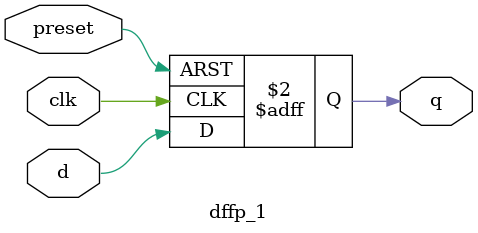
<source format=v>

`celldefine


module reset_flop_1 ( clk, i_reset, reset );
	// synthesis attribute keep_hierarchy reset_flop_1 "true";
	// synthesis attribute equivalent_register_removal reset_flop_1 "no";
	// synthesis attribute shift_extract reset_flop_1 "no";
	// synthesis attribute shreg_extract reset_flop_1 "no";
	input clk;
	input i_reset;
	// synthesis attribute keep reset "true";
	output reset;
	// synopsys translate_off
`ifdef CHK_RESET_EOS
	assert_quiescent_state #(0,1,0, 
	"***ERROR ASSERT: i_reset still asserted at end of simulation")
	a0(.clk(clk),.reset_n(1'b1), .state_expr(i_reset),
	.check_value(1'b0), .sample_event(1'b0));
`endif
	// synopsys translate_on
	wire my_zero;
	(* S = "TRUE" *)
	LUT1_L #(
	.INIT(2'h0)
	) lut0 (
	.LO(my_zero),
	.I0(reset)
	);
	(* S = "TRUE" *)
	FDS q0 (
	.Q(reset),
	.C(clk),
	.S(i_reset),
	.D(my_zero)
	);
endmodule

// macexp DFF 5
// macexp $size 9
// macexp $instance
// macexp clk
// macexp d
// macexp q

module dff_9 ( clk, d, q );
	// synthesis attribute keep_hierarchy dff_9 "true";
	input clk;
	input [8:0] d;
	output [8:0] q;
	reg [8:0] q;
	// synopsys translate_off
`ifdef RANDOM_INIT
	initial
	$random_init("q");
`endif
	// synopsys translate_on
	always @(posedge clk) begin
	q <= d;
	end
endmodule

// macexp DFFS 6
// macexp $size 1
// macexp $instance
// macexp clk
// macexp set
// macexp d
// macexp q

module dffs_1 ( clk, set, d, q );
	// synthesis attribute keep_hierarchy dffs_1 "true";
	input clk;
	input set;
	input d;
	output q;
	reg q;
	// synopsys translate_off
`ifdef RANDOM_INIT
	initial
	$random_init("q");
`endif
`ifdef CHK_RESET_EOS
	assert_quiescent_state #(0,1,0, 
	"***ERROR ASSERT: set still asserted at end of simulation")
	a0(.clk(clk),.reset_n(1'b1), .state_expr(set),
	.check_value(1'b0), .sample_event(1'b0));
`endif
	// synopsys translate_on
	always @(posedge clk) begin
	if (set)
	q <= ~(1'b0);
	else
	q <= d;
	end
endmodule

// macexp DFFC 6
// macexp $size 1
// macexp $instance
// macexp clk
// macexp reset
// macexp d
// macexp q

module dffc_1 ( clk, reset, d, q );
	// synthesis attribute keep_hierarchy dffc_1 "true";
	input clk;
	input reset;
	input d;
	output q;
	reg q;
	// synopsys translate_off
`ifdef RANDOM_INIT
	initial
	$random_init("q");
`endif
`ifdef CHK_RESET_EOS
	assert_quiescent_state #(0,1,0, 
	"***ERROR ASSERT: reset still asserted at end of simulation")
	a0(.clk(clk),.reset_n(1'b1), .state_expr(reset),
	.check_value(1'b0), .sample_event(1'b0));
`endif
	// synopsys translate_on
	always @(posedge clk) begin
	if (reset)
	q <= 1'b0;
	else
	q <= d;
	end
endmodule

// macexp DFFC 6
// macexp $size 9
// macexp $instance
// macexp clk
// macexp reset
// macexp d
// macexp q

module dffc_9 ( clk, reset, d, q );
	// synthesis attribute keep_hierarchy dffc_9 "true";
	input clk;
	input reset;
	input [8:0] d;
	output [8:0] q;
	reg [8:0] q;
	// synopsys translate_off
`ifdef RANDOM_INIT
	initial
	$random_init("q");
`endif
`ifdef CHK_RESET_EOS
	assert_quiescent_state #(0,1,0, 
	"***ERROR ASSERT: reset still asserted at end of simulation")
	a0(.clk(clk),.reset_n(1'b1), .state_expr(reset),
	.check_value(1'b0), .sample_event(1'b0));
`endif
	// synopsys translate_on
	always @(posedge clk) begin
	if (reset)
	q <= 9'b0;
	else
	q <= d;
	end
endmodule

// macexp SYNC2 5
// macexp $size 7
// macexp $instance
// macexp clk
// macexp d
// macexp q

module sync2_7 ( clk, d, q );
	// synthesis attribute keep_hierarchy sync2_7 "true";
	// synthesis attribute equivalent_register_removal sync2_7 "no";
	// synthesis attribute register_duplication sync2_7 "no";
	// synthesis attribute shift_extract sync2_7 "no";
	// synthesis attribute shreg_extract sync2_7 "no";
	input clk;
	input [6:0] d;
	output [6:0] q;
	// the simulation model has an extra register compared to the
	//   real 2 stage synchronizer in order to delay the input change
	//   by 1, 2 or 3 cycles
	// synthesis attribute keep q "true";
	(* register_duplication = "no" *)
	(* shreg_extract = "no" *)
	(* equivalent_register_removal = "no" *)
	(* S = "TRUE" *)
	(* KEEP = "TRUE" *)
	reg [6:0] /* synthesis syn_preserve = 1 */ q;
	reg [6:0] c_q;
	(* register_duplication = "no" *)
	(* shreg_extract = "no" *)
	(* equivalent_register_removal = "no" *)
	(* S = "TRUE" *)
	(* KEEP = "TRUE" *)
	// synthesis attribute keep meta1 "true";
	reg [6:0] /* synthesis syn_preserve = 1 */ meta1;
	// synopsys translate_off
`ifdef RANDOM_INIT
	reg [6:0] c_meta2;
	reg [6:0] meta2;
`endif
	// synopsys translate_on
	// synopsys translate_off
`ifdef RANDOM_INIT
	reg [31:0] seed;
	initial
	begin
	$random_init("q", "meta1", "meta2");
	$random_value("seed");
	end
`endif
	// synopsys translate_on
	always @ (meta1 
	// synopsys translate_off
`ifdef RANDOM_INIT
	or d or meta2
`endif
	// synopsys translate_on
	) begin
	c_q = meta1;
	// synopsys translate_off
`ifdef RANDOM_INIT
	c_meta2 = (d ^ meta1) & $random(seed);
	c_q = c_meta2 | ((meta1 ^ meta2) & $random(seed)) |
	(d & meta1 & meta2);
	c_meta2 = c_meta2 | (d & meta1);
`endif
	// synopsys translate_on
	end
	always @(posedge clk) begin
	meta1 <= d;
	// synopsys translate_off
`ifdef RANDOM_INIT
	meta2 <= c_meta2;
`endif
	// synopsys translate_on
	q <= c_q;
	end
endmodule

// macexp SYNC2 5
// macexp $size 2
// macexp $instance
// macexp clk
// macexp d
// macexp q

module sync2_2 ( clk, d, q );
	// synthesis attribute keep_hierarchy sync2_2 "true";
	// synthesis attribute equivalent_register_removal sync2_2 "no";
	// synthesis attribute register_duplication sync2_2 "no";
	// synthesis attribute shift_extract sync2_2 "no";
	// synthesis attribute shreg_extract sync2_2 "no";
	input clk;
	input [1:0] d;
	output [1:0] q;
	// the simulation model has an extra register compared to the
	//   real 2 stage synchronizer in order to delay the input change
	//   by 1, 2 or 3 cycles
	// synthesis attribute keep q "true";
	(* register_duplication = "no" *)
	(* shreg_extract = "no" *)
	(* equivalent_register_removal = "no" *)
	(* S = "TRUE" *)
	(* KEEP = "TRUE" *)
	reg [1:0] /* synthesis syn_preserve = 1 */ q;
	reg [1:0] c_q;
	(* register_duplication = "no" *)
	(* shreg_extract = "no" *)
	(* equivalent_register_removal = "no" *)
	(* S = "TRUE" *)
	(* KEEP = "TRUE" *)
	// synthesis attribute keep meta1 "true";
	reg [1:0] /* synthesis syn_preserve = 1 */ meta1;
	// synopsys translate_off
`ifdef RANDOM_INIT
	reg [1:0] c_meta2;
	reg [1:0] meta2;
`endif
	// synopsys translate_on
	// synopsys translate_off
`ifdef RANDOM_INIT
	reg [31:0] seed;
	initial
	begin
	$random_init("q", "meta1", "meta2");
	$random_value("seed");
	end
`endif
	// synopsys translate_on
	always @ (meta1 
	// synopsys translate_off
`ifdef RANDOM_INIT
	or d or meta2
`endif
	// synopsys translate_on
	) begin
	c_q = meta1;
	// synopsys translate_off
`ifdef RANDOM_INIT
	c_meta2 = (d ^ meta1) & $random(seed);
	c_q = c_meta2 | ((meta1 ^ meta2) & $random(seed)) |
	(d & meta1 & meta2);
	c_meta2 = c_meta2 | (d & meta1);
`endif
	// synopsys translate_on
	end
	always @(posedge clk) begin
	meta1 <= d;
	// synopsys translate_off
`ifdef RANDOM_INIT
	meta2 <= c_meta2;
`endif
	// synopsys translate_on
	q <= c_q;
	end
endmodule

// macexp MUX8 12
// macexp $size 1
// macexp $instance
// macexp s
// macexp i0
// macexp i1
// macexp i2
// macexp i3
// macexp i4
// macexp i5
// macexp i6
// macexp i7
// macexp o

module mux8_1 ( s, i0, i1, i2, i3, i4, i5, i6, i7, o );
	// synthesis attribute keep_hierarchy mux8_1 "true";
	input [2:0] s;
	input i0, i1, i2, i3, i4, i5, i6, i7;
	output o;
	wire [3:0] m0i;
	wire [3:0] m1i;
	wire m0o;
	wire m1o;
	assign m0i = {i3, i2, i1, i0};
	assign m1i = {i7, i6, i5, i4};
	assign m0o = m0i[s[1:0]];
	assign m1o = m1i[s[1:0]];
	MUXF7 m0 (.S(s[2]), .I0(m0o), .I1(m1o), .O(o));
endmodule

// macexp MUX16 20
// macexp $size 1
// macexp $instance
// macexp s
// macexp i0
// macexp i1
// macexp i2
// macexp i3
// macexp i4
// macexp i5
// macexp i6
// macexp i7
// macexp i8
// macexp i9
// macexp i10
// macexp i11
// macexp i12
// macexp i13
// macexp i14
// macexp i15
// macexp o

module mux16_1 ( s, i0, i1, i2, i3, i4, i5, i6, i7, i8, i9, i10, i11, i12, i13, i14, i15, o );
	// synthesis attribute keep_hierarchy mux16_1 "true";
	input [3:0] s;
	input i0, i1, i2, i3, i4, i5, i6, i7;
	input i8, i9, i10, i11, i12, i13, i14, i15;
	output o;
	wire [7:0] m0i;
	wire [7:0] m1i;
	wire m0o;
	wire m1o;
	assign m0i = {i7, i6, i5, i4, i3, i2, i1, i0};
	assign m1i = {i15, i14, i13, i12, i11, i10, i9, i8};
	assign m0o = m0i[s[2:0]];
	assign m1o = m1i[s[2:0]];
	MUXF8 m0 (.S(s[3]), .I0(m0o), .I1(m1o), .O(o));
endmodule

// macexp DFFL 6
// macexp $size 17
// macexp $instance
// macexp clk
// macexp ld
// macexp d
// macexp q

module dffl_17 ( clk, ld, d, q );
	// synthesis attribute keep_hierarchy dffl_17 "true";
	input clk;
	input ld;
	input [16:0] d;
	output [16:0] q;
	reg [16:0] q;
	// synopsys translate_off
`ifdef RANDOM_INIT
	initial
	$random_init("q");
`endif
	// synopsys translate_on
	always @(posedge clk) begin
	// leda XV2P_1006 off Multiple synchronous resets detected
	// leda XV2P_1007 off Multiple synchronous resets detected
	// leda G_551_1_K off Multiple synchronous resets detected
	if (ld)
	q <= d;
	// leda XV2P_1006 on Multiple synchronous resets detected
	// leda XV2P_1007 on Multiple synchronous resets detected
	// leda G_551_1_K on Multiple synchronous resets detected
	end
endmodule

// macexp PHASEGEN 7
// macexp $size 1
// macexp $instance
// macexp clk
// macexp clk_2x
// macexp set
// macexp phase
// macexp reset

module phasegen_1 ( clk, clk_2x, set, phase, reset );
	// synthesis attribute keep_hierarchy phasegen_1 "true";
	// synthesis attribute equivalent_register_removal phasegen_1 "no";
	// synthesis attribute shift_extract phasegen_1 "no";
	// synthesis attribute shreg_extract phasegen_1 "no";
	input clk;
	input clk_2x;
	input set;
	output phase;
	output reset;
	// synopsys translate_off
`ifdef CHK_RESET_EOS
	assert_quiescent_state #(0,1,0, 
	"***ERROR ASSERT: set still asserted at end of simulation")
	a0(.clk(clk),.reset_n(1'b1), .state_expr(set),
	.check_value(1'b0), .sample_event(1'b0));
`endif
	// synopsys translate_on
	wire my_zero, set_ls;
	assign reset = set_ls;
	LUT1_L #(
	.INIT(2'h0)
	) rset_ls_lut (
	.LO(my_zero),
	.I0(set_ls)
	);
	FDS rset_ls (
	.Q(set_ls), 
	.C(clk), 
	.D(my_zero), 
	.S(set)
	);
	FDS rphase (
	.Q(phase), 
	.C(clk_2x), 
	.D(~phase), 
	.S(set_ls)
	);
endmodule

// macexp DFFS 6
// macexp $size 8
// macexp $instance
// macexp clk
// macexp set
// macexp d
// macexp q

module dffs_8 ( clk, set, d, q );
	// synthesis attribute keep_hierarchy dffs_8 "true";
	input clk;
	input set;
	input [7:0] d;
	output [7:0] q;
	reg [7:0] q;
	// synopsys translate_off
`ifdef RANDOM_INIT
	initial
	$random_init("q");
`endif
`ifdef CHK_RESET_EOS
	assert_quiescent_state #(0,1,0, 
	"***ERROR ASSERT: set still asserted at end of simulation")
	a0(.clk(clk),.reset_n(1'b1), .state_expr(set),
	.check_value(1'b0), .sample_event(1'b0));
`endif
	// synopsys translate_on
	always @(posedge clk) begin
	if (set)
	q <= ~(8'b0);
	else
	q <= d;
	end
endmodule

// macexp SYNC2R 6
// macexp $size 1
// macexp $instance
// macexp clk
// macexp preset
// macexp d
// macexp q

module sync2r_1 ( clk, preset, d, q );
	// synthesis attribute keep_hierarchy sync2r_1 "true";
	// synthesis attribute equivalent_register_removal sync2r_1 "no";
	// synthesis attribute register_duplication sync2r_1 "no";
	// synthesis attribute shift_extract sync2r_1 "no";
	// synthesis attribute shreg_extract sync2r_1 "no";
	input clk;
	input preset;
	input d;
	output q;
	// the simulation model has an extra register compared to the
	//   real 2 stage synchronizer in order to delay the input change
	//   by 1, 2 or 3 cycles
	// synthesis attribute keep q "true";
	(* register_duplication = "no" *)
	(* shreg_extract = "no" *)
	(* equivalent_register_removal = "no" *)
	(* S = "TRUE" *)
	(* KEEP = "TRUE" *)
	reg /* synthesis syn_preserve = 1 */ q;
	reg c_q;
	// synthesis attribute keep meta1 "true";
	(* register_duplication = "no" *)
	(* shreg_extract = "no" *)
	(* equivalent_register_removal = "no" *)
	(* S = "TRUE" *)
	(* KEEP = "TRUE" *)
	reg /* synthesis syn_preserve = 1 */ meta1;
	// synopsys translate_off
`ifdef RANDOM_INIT
	reg c_meta2;
	reg meta2;
`endif
	// synopsys translate_on
	// synopsys translate_off
`ifdef RANDOM_INIT
	reg [31:0] seed;
	initial
	begin
	$random_init("q", "meta1", "meta2");
	$random_value("seed");
	end
`endif
	// synopsys translate_on
	always @ (meta1 
	// synopsys translate_off
`ifdef RANDOM_INIT
	or d or meta2
`endif
	// synopsys translate_on
	) begin
	c_q = meta1;
	// synopsys translate_off
`ifdef RANDOM_INIT
	c_meta2 = (d ^ meta1) & $random(seed);
	c_q = c_meta2 | ((meta1 ^ meta2) & $random(seed)) |
	(d & meta1 & meta2);
	c_meta2 = c_meta2 | (d & meta1);
`endif
	// synopsys translate_on
	end
	always @(posedge clk or posedge preset) begin
	if (preset) begin
	meta1 <= ~(1'b0);
	// synopsys translate_off
`ifdef RANDOM_INIT
	meta2 <= ~(1'b0);
`endif
	// synopsys translate_on
	q <= ~(1'b0);
	end else begin
	meta1 <= d;
	// synopsys translate_off
`ifdef RANDOM_INIT
	meta2 <= c_meta2;
`endif
	// synopsys translate_on
	q <= c_q;
	end
	end
endmodule

// macexp DFF 5
// macexp $size 5
// macexp $instance
// macexp clk
// macexp d
// macexp q

module dff_5 ( clk, d, q );
	// synthesis attribute keep_hierarchy dff_5 "true";
	input clk;
	input [4:0] d;
	output [4:0] q;
	reg [4:0] q;
	// synopsys translate_off
`ifdef RANDOM_INIT
	initial
	$random_init("q");
`endif
	// synopsys translate_on
	always @(posedge clk) begin
	q <= d;
	end
endmodule

// macexp REGFILE 10
// macexp $depth 8
// macexp $size 12
// macexp $instance
// macexp clk_wr
// macexp wr_en
// macexp wr_addr
// macexp wr_data
// macexp clk_rd
// macexp rd_addr
// macexp rd_data

module regfile_8x12 ( clk_wr, wr_en, wr_addr, wr_data, clk_rd, rd_addr, rd_data );
	// synthesis attribute keep_hierarchy regfile_8x12 "true";
	input clk_wr, clk_rd;
	input wr_en;
	input  [2:0] wr_addr;
	input  [11:0] wr_data;
	input  [2:0] rd_addr;
	output [11:0] rd_data;
	// leda XV2P_1610 off [STRONG WARNING] Detected two-dimensional array opportunity for RAM inference
	// leda XV2_1610 off [STRONG WARNING] Detected two-dimensional array opportunity for RAM inference
	// leda XV4_1610 off [STRONG WARNING] Detected two-dimensional array opportunity for RAM inference
	reg    [11:0] data [8 - 1:0];
	// leda XV2P_1610 on [STRONG WARNING] Detected two-dimensional array opportunity for RAM inference
	// leda XV2_1610 on [STRONG WARNING] Detected two-dimensional array opportunity for RAM inference
	// leda XV4_1610 on [STRONG WARNING] Detected two-dimensional array opportunity for RAM inference
	reg	[2:0]    r_rd_addr;
	// synopsys translate_off
`ifdef RANDOM_INIT
	initial
	begin
	$random_init("r_rd_addr", "data");
	end
`endif
	// synopsys translate_on
	always @(posedge clk_wr)
	begin
	if (wr_en) begin
	// synopsys translate_off
	if (wr_addr >= 8) begin
	data[7] <= ~(12'b0);
	data[6] <= ~(12'b0);
	data[5] <= ~(12'b0);
	data[4] <= ~(12'b0);
	data[3] <= ~(12'b0);
	data[2] <= ~(12'b0);
	data[1] <= ~(12'b0);
	data[0] <= ~(12'b0);
	end
	else
	// synopsys translate_on
	data[wr_addr] <= wr_data;
	end
	end
	// leda VER_1_4_4_1 off Do not use multiple clocks in a module
	// leda DFT_006 off 2 clocks in a block
	// leda W389 off 2 clocks in the module
	// leda B_1202 off 2 clocks in this unit detected
	always @(posedge clk_rd)
	r_rd_addr <= rd_addr;
	// leda VER_1_4_4_1 on Do not use multiple clocks in a module
	// leda DFT_006 on 2 clocks in a block
	// leda W389 on 2 clocks in the module
	// leda B_1202 on 2 clocks in this unit detected
	assign rd_data = 
	// synopsys translate_off
	(r_rd_addr >= 8) ? ~(12'b0) :
	// synopsys translate_on
	data[r_rd_addr];
endmodule

// macexp REGFILE 10
// macexp $depth 8
// macexp $size 11
// macexp $instance
// macexp clk_wr
// macexp wr_en
// macexp wr_addr
// macexp wr_data
// macexp clk_rd
// macexp rd_addr
// macexp rd_data

module regfile_8x11 ( clk_wr, wr_en, wr_addr, wr_data, clk_rd, rd_addr, rd_data );
	// synthesis attribute keep_hierarchy regfile_8x11 "true";
	input clk_wr, clk_rd;
	input wr_en;
	input  [2:0] wr_addr;
	input  [10:0] wr_data;
	input  [2:0] rd_addr;
	output [10:0] rd_data;
	// leda XV2P_1610 off [STRONG WARNING] Detected two-dimensional array opportunity for RAM inference
	// leda XV2_1610 off [STRONG WARNING] Detected two-dimensional array opportunity for RAM inference
	// leda XV4_1610 off [STRONG WARNING] Detected two-dimensional array opportunity for RAM inference
	reg    [10:0] data [8 - 1:0];
	// leda XV2P_1610 on [STRONG WARNING] Detected two-dimensional array opportunity for RAM inference
	// leda XV2_1610 on [STRONG WARNING] Detected two-dimensional array opportunity for RAM inference
	// leda XV4_1610 on [STRONG WARNING] Detected two-dimensional array opportunity for RAM inference
	reg	[2:0]    r_rd_addr;
	// synopsys translate_off
`ifdef RANDOM_INIT
	initial
	begin
	$random_init("r_rd_addr", "data");
	end
`endif
	// synopsys translate_on
	always @(posedge clk_wr)
	begin
	if (wr_en) begin
	// synopsys translate_off
	if (wr_addr >= 8) begin
	data[7] <= ~(11'b0);
	data[6] <= ~(11'b0);
	data[5] <= ~(11'b0);
	data[4] <= ~(11'b0);
	data[3] <= ~(11'b0);
	data[2] <= ~(11'b0);
	data[1] <= ~(11'b0);
	data[0] <= ~(11'b0);
	end
	else
	// synopsys translate_on
	data[wr_addr] <= wr_data;
	end
	end
	// leda VER_1_4_4_1 off Do not use multiple clocks in a module
	// leda DFT_006 off 2 clocks in a block
	// leda W389 off 2 clocks in the module
	// leda B_1202 off 2 clocks in this unit detected
	always @(posedge clk_rd)
	r_rd_addr <= rd_addr;
	// leda VER_1_4_4_1 on Do not use multiple clocks in a module
	// leda DFT_006 on 2 clocks in a block
	// leda W389 on 2 clocks in the module
	// leda B_1202 on 2 clocks in this unit detected
	assign rd_data = 
	// synopsys translate_off
	(r_rd_addr >= 8) ? ~(11'b0) :
	// synopsys translate_on
	data[r_rd_addr];
endmodule

// macexp DFF_KEEP 5
// macexp $size 9
// macexp $instance
// macexp clk
// macexp d
// macexp q

module dff_keep_9 ( clk, d, q );
	// synthesis attribute keep_hierarchy dff_keep_9 "true";
	// synthesis attribute equivalent_register_removal dff_keep_9 "no";
	// synthesis attribute shift_extract dff_keep_9 "no";
	// synthesis attribute shreg_extract dff_keep_9 "no";
	input clk;
	input [8:0] d;
	// synthesis attribute keep q "true";
	output [8:0] q;
	(* S = "TRUE" *)
	FD q_0 (
	.Q(q[0]),
	.C(clk),
	.D(d[0])
	);
	(* S = "TRUE" *)
	FD q_1 (
	.Q(q[1]),
	.C(clk),
	.D(d[1])
	);
	(* S = "TRUE" *)
	FD q_2 (
	.Q(q[2]),
	.C(clk),
	.D(d[2])
	);
	(* S = "TRUE" *)
	FD q_3 (
	.Q(q[3]),
	.C(clk),
	.D(d[3])
	);
	(* S = "TRUE" *)
	FD q_4 (
	.Q(q[4]),
	.C(clk),
	.D(d[4])
	);
	(* S = "TRUE" *)
	FD q_5 (
	.Q(q[5]),
	.C(clk),
	.D(d[5])
	);
	(* S = "TRUE" *)
	FD q_6 (
	.Q(q[6]),
	.C(clk),
	.D(d[6])
	);
	(* S = "TRUE" *)
	FD q_7 (
	.Q(q[7]),
	.C(clk),
	.D(d[7])
	);
	(* S = "TRUE" *)
	FD q_8 (
	.Q(q[8]),
	.C(clk),
	.D(d[8])
	);
endmodule

// macexp DFF 5
// macexp $size 8
// macexp $instance
// macexp clk
// macexp d
// macexp q

module dff_8 ( clk, d, q );
	// synthesis attribute keep_hierarchy dff_8 "true";
	input clk;
	input [7:0] d;
	output [7:0] q;
	reg [7:0] q;
	// synopsys translate_off
`ifdef RANDOM_INIT
	initial
	$random_init("q");
`endif
	// synopsys translate_on
	always @(posedge clk) begin
	q <= d;
	end
endmodule

// macexp DFF 5
// macexp $size 3
// macexp $instance
// macexp clk
// macexp d
// macexp q

module dff_3 ( clk, d, q );
	// synthesis attribute keep_hierarchy dff_3 "true";
	input clk;
	input [2:0] d;
	output [2:0] q;
	reg [2:0] q;
	// synopsys translate_off
`ifdef RANDOM_INIT
	initial
	$random_init("q");
`endif
	// synopsys translate_on
	always @(posedge clk) begin
	q <= d;
	end
endmodule

// macexp DFF 5
// macexp $size 64
// macexp $instance
// macexp clk
// macexp d
// macexp q

module dff_64 ( clk, d, q );
	// synthesis attribute keep_hierarchy dff_64 "true";
	input clk;
	input [63:0] d;
	output [63:0] q;
	reg [63:0] q;
	// synopsys translate_off
`ifdef RANDOM_INIT
	initial
	$random_init("q");
`endif
	// synopsys translate_on
	always @(posedge clk) begin
	q <= d;
	end
endmodule

// macexp DFF 5
// macexp $size 16
// macexp $instance
// macexp clk
// macexp d
// macexp q

module dff_16 ( clk, d, q );
	// synthesis attribute keep_hierarchy dff_16 "true";
	input clk;
	input [15:0] d;
	output [15:0] q;
	reg [15:0] q;
	// synopsys translate_off
`ifdef RANDOM_INIT
	initial
	$random_init("q");
`endif
	// synopsys translate_on
	always @(posedge clk) begin
	q <= d;
	end
endmodule

// macexp DFF 5
// macexp $size 4
// macexp $instance
// macexp clk
// macexp d
// macexp q

module dff_4 ( clk, d, q );
	// synthesis attribute keep_hierarchy dff_4 "true";
	input clk;
	input [3:0] d;
	output [3:0] q;
	reg [3:0] q;
	// synopsys translate_off
`ifdef RANDOM_INIT
	initial
	$random_init("q");
`endif
	// synopsys translate_on
	always @(posedge clk) begin
	q <= d;
	end
endmodule

// macexp DFF 5
// macexp $size 1
// macexp $instance
// macexp clk
// macexp d
// macexp q

module dff_1 ( clk, d, q );
	// synthesis attribute keep_hierarchy dff_1 "true";
	input clk;
	input d;
	output q;
	reg q;
	// synopsys translate_off
`ifdef RANDOM_INIT
	initial
	$random_init("q");
`endif
	// synopsys translate_on
	always @(posedge clk) begin
	q <= d;
	end
endmodule

// macexp SYNC_PEDGE 5
// macexp $size 1
// macexp $instance
// macexp clk
// macexp d
// macexp pulse

module sync_pedge_1 ( clk, d, pulse );
	// synthesis attribute keep_hierarchy sync_pedge_1 "true";
	// synthesis attribute equivalent_register_removal sync_pedge_1 "no";
	// synthesis attribute register_duplication sync_pedge_1 "no";
	// synthesis attribute shift_extract sync_pedge_1 "no";
	// synthesis attribute shreg_extract sync_pedge_1 "no";
	input clk;
	input d;
	output pulse;
	reg pulse;
	reg q;
	reg c_q;
	// synthesis attribute keep meta1 "true";
	(* register_duplication = "no" *)
	(* shreg_extract = "no" *)
	(* equivalent_register_removal = "no" *)
	(* S = "TRUE" *)
	(* KEEP = "TRUE" *)
	reg /* synthesis syn_preserve = 1 */ meta1;
	// synthesis attribute keep meta2 "true";
	(* register_duplication = "no" *)
	(* shreg_extract = "no" *)
	(* equivalent_register_removal = "no" *)
	(* S = "TRUE" *)
	(* KEEP = "TRUE" *)
	reg /* synthesis syn_preserve = 1 */ meta2;
	reg c_meta2;
	// synopsys translate_off
`ifdef RANDOM_INIT
	reg meta3;
	reg c_meta3;
	reg rnd1, rnd2, in_change;
`endif
	// synopsys translate_on
	// the simulation mode has an extra register compared to the
	//   real 2 stage synchronizer in order to delay the input change
	//   by 1, 2 or 3 cycles.
	// synopsys translate_off
`ifdef RANDOM_INIT
	reg [31:0] seed;
	initial
	begin
	$random_init("q", "meta1", "meta2", "meta3");
	$random_value("seed");
	end
`endif
	// synopsys translate_on
	always @ (meta1 or meta2 or q
	// synopsys translate_off
`ifdef RANDOM_INIT
	or d or meta3
`endif
	// synopsys translate_on
	) begin
	pulse = ~q & meta2;
	c_q = meta2;
	c_meta2 = meta1;
	// synopsys translate_off
`ifdef RANDOM_INIT
	// the logic in front of the flops attempts to be careful not to
	// generate multiple edges into the pulse generator from a single
	// input edge while delaying the output edge by 1, 2 or 3 cycles.
	pulse = ~q & meta3;
	in_change = (d & ~(meta1 | meta2 | meta3)) |
	(~d & (meta1 & meta2 & meta3));
	c_meta2 = meta1;
	c_meta3 = meta2;
	c_q = meta3;
	if (in_change)
	begin
	rnd1 = $random(seed);
	rnd2 = $random(seed);
	c_meta3 = (~in_change & meta2) | (in_change & (d ^ (rnd1 | rnd2)
	));
	c_meta2 = (~in_change & meta1) | (in_change & (d ^ rnd1));
	end
`endif
	// synopsys translate_on
	end
	always @(posedge clk) begin
	meta1 <= d;
	meta2 <= c_meta2;
	// synopsys translate_off
`ifdef RANDOM_INIT
	meta3 <= c_meta3;
`endif
	// synopsys translate_on
	q <= c_q;
	end
endmodule

// macexp DFFS_KEEP 6
// macexp $size 1
// macexp $instance
// macexp clk
// macexp set
// macexp d
// macexp q

module dffs_keep_1 ( clk, set, d, q );
	// synthesis attribute keep_hierarchy dffs_keep_1 "true";
	// synthesis attribute equivalent_register_removal dffs_keep_1 "no";
	// synthesis attribute shift_extract dffs_keep_1 "no";
	// synthesis attribute shreg_extract dffs_keep_1 "no";
	input clk;
	input set;
	input d;
	// synthesis attribute keep q "true";
	output q;
	// synopsys translate_off
`ifdef CHK_RESET_EOS
	assert_quiescent_state #(0,1,0, 
	"***ERROR ASSERT: set still asserted at end of simulation")
	a0(.clk(clk),.reset_n(1'b1), .state_expr(set),
	.check_value(1'b0), .sample_event(1'b0));
`endif
	// synopsys translate_on
	(* RLOC = "X0Y0" *)
	(* S = "TRUE" *)
	FDS q0 (
	.Q(q),
	.C(clk),
	.S(set),
	.D(d)
	);
endmodule

// macexp DFFC_KEEP 6
// macexp $size 3
// macexp $instance
// macexp clk
// macexp reset
// macexp d
// macexp q

module dffc_keep_3 ( clk, reset, d, q );
	// synthesis attribute keep_hierarchy dffc_keep_3 "true";
	// synthesis attribute equivalent_register_removal dffc_keep_3 "no";
	// synthesis attribute shift_extract dffc_keep_3 "no";
	// synthesis attribute shreg_extract dffc_keep_3 "no";
	input clk;
	input reset;
	input [2:0] d;
	// synthesis attribute keep q "true";
	output [2:0] q;
	// synopsys translate_off
`ifdef CHK_RESET_EOS
	assert_quiescent_state #(0,1,0, 
	"***ERROR ASSERT: reset still asserted at end of simulation")
	a0(.clk(clk),.reset_n(1'b1), .state_expr(reset),
	.check_value(1'b0), .sample_event(1'b0));
`endif
	// synopsys translate_on
	(* S = "TRUE" *)
	FDR q_0 (
	.Q(q[0]),
	.C(clk),
	.R(reset),
	.D(d[0])
	);
	(* S = "TRUE" *)
	FDR q_1 (
	.Q(q[1]),
	.C(clk),
	.R(reset),
	.D(d[1])
	);
	(* S = "TRUE" *)
	FDR q_2 (
	.Q(q[2]),
	.C(clk),
	.R(reset),
	.D(d[2])
	);
endmodule

// macexp DFF 5
// macexp $size 6
// macexp $instance
// macexp clk
// macexp d
// macexp q

module dff_6 ( clk, d, q );
	// synthesis attribute keep_hierarchy dff_6 "true";
	input clk;
	input [5:0] d;
	output [5:0] q;
	reg [5:0] q;
	// synopsys translate_off
`ifdef RANDOM_INIT
	initial
	$random_init("q");
`endif
	// synopsys translate_on
	always @(posedge clk) begin
	q <= d;
	end
endmodule

// macexp DFF_KEEP 5
// macexp $size 2
// macexp $instance
// macexp clk
// macexp d
// macexp q

module dff_keep_2 ( clk, d, q );
	// synthesis attribute keep_hierarchy dff_keep_2 "true";
	// synthesis attribute equivalent_register_removal dff_keep_2 "no";
	// synthesis attribute shift_extract dff_keep_2 "no";
	// synthesis attribute shreg_extract dff_keep_2 "no";
	input clk;
	input [1:0] d;
	// synthesis attribute keep q "true";
	output [1:0] q;
	(* S = "TRUE" *)
	FD q_0 (
	.Q(q[0]),
	.C(clk),
	.D(d[0])
	);
	(* S = "TRUE" *)
	FD q_1 (
	.Q(q[1]),
	.C(clk),
	.D(d[1])
	);
endmodule

// macexp DFF_KEEP 5
// macexp $size 1
// macexp $instance
// macexp clk
// macexp d
// macexp q

module dff_keep_1 ( clk, d, q );
	// synthesis attribute keep_hierarchy dff_keep_1 "true";
	// synthesis attribute equivalent_register_removal dff_keep_1 "no";
	// synthesis attribute shift_extract dff_keep_1 "no";
	// synthesis attribute shreg_extract dff_keep_1 "no";
	input clk;
	input d;
	// synthesis attribute keep q "true";
	output q;
	(* RLOC = "X0Y0" *)
	(* S = "TRUE" *)
	FD q0 (
	.Q(q),
	.C(clk),
	.D(d)
	);
endmodule

// macexp DFF 5
// macexp $size 2
// macexp $instance
// macexp clk
// macexp d
// macexp q

module dff_2 ( clk, d, q );
	// synthesis attribute keep_hierarchy dff_2 "true";
	input clk;
	input [1:0] d;
	output [1:0] q;
	reg [1:0] q;
	// synopsys translate_off
`ifdef RANDOM_INIT
	initial
	$random_init("q");
`endif
	// synopsys translate_on
	always @(posedge clk) begin
	q <= d;
	end
endmodule

// macexp SYNC2 5
// macexp $size 1
// macexp $instance
// macexp clk
// macexp d
// macexp q

module sync2_1 ( clk, d, q );
	// synthesis attribute keep_hierarchy sync2_1 "true";
	// synthesis attribute equivalent_register_removal sync2_1 "no";
	// synthesis attribute register_duplication sync2_1 "no";
	// synthesis attribute shift_extract sync2_1 "no";
	// synthesis attribute shreg_extract sync2_1 "no";
	input clk;
	input d;
	output q;
	// the simulation model has an extra register compared to the
	//   real 2 stage synchronizer in order to delay the input change
	//   by 1, 2 or 3 cycles
	// synthesis attribute keep q "true";
	(* register_duplication = "no" *)
	(* shreg_extract = "no" *)
	(* equivalent_register_removal = "no" *)
	(* S = "TRUE" *)
	(* KEEP = "TRUE" *)
	reg /* synthesis syn_preserve = 1 */ q;
	reg c_q;
	// synthesis attribute keep meta1 "true";
	(* register_duplication = "no" *)
	(* shreg_extract = "no" *)
	(* equivalent_register_removal = "no" *)
	(* S = "TRUE" *)
	(* KEEP = "TRUE" *)
	reg /* synthesis syn_preserve = 1 */ meta1;
	// synopsys translate_off
`ifdef RANDOM_INIT
	reg c_meta2;
	reg meta2;
`endif
	// synopsys translate_on
	// synopsys translate_off
`ifdef RANDOM_INIT
	reg [31:0] seed;
	initial
	begin
	$random_init("q", "meta1", "meta2");
	$random_value("seed");
	end
`endif
	// synopsys translate_on
	always @ (meta1 
	// synopsys translate_off
`ifdef RANDOM_INIT
	or d or meta2
`endif
	// synopsys translate_on
	) begin
	c_q = meta1;
	// synopsys translate_off
`ifdef RANDOM_INIT
	c_meta2 = (d ^ meta1) & $random(seed);
	c_q = c_meta2 | ((meta1 ^ meta2) & $random(seed)) |
	(d & meta1 & meta2);
	c_meta2 = c_meta2 | (d & meta1);
`endif
	// synopsys translate_on
	end
	always @(posedge clk) begin
	meta1 <= d;
	// synopsys translate_off
`ifdef RANDOM_INIT
	meta2 <= c_meta2;
`endif
	// synopsys translate_on
	q <= c_q;
	end
endmodule

// macexp DFF 5
// macexp $size 32
// macexp $instance
// macexp clk
// macexp d
// macexp q

module dff_32 ( clk, d, q );
	// synthesis attribute keep_hierarchy dff_32 "true";
	input clk;
	input [31:0] d;
	output [31:0] q;
	reg [31:0] q;
	// synopsys translate_off
`ifdef RANDOM_INIT
	initial
	$random_init("q");
`endif
	// synopsys translate_on
	always @(posedge clk) begin
	q <= d;
	end
endmodule

// macexp REGFILE 10
// macexp $depth 8
// macexp $size 1
// macexp $instance
// macexp clk_wr
// macexp wr_en
// macexp wr_addr
// macexp wr_data
// macexp clk_rd
// macexp rd_addr
// macexp rd_data

module regfile_8x1 ( clk_wr, wr_en, wr_addr, wr_data, clk_rd, rd_addr, rd_data );
	// synthesis attribute keep_hierarchy regfile_8x1 "true";
	input clk_wr, clk_rd;
	input wr_en;
	input  [2:0] wr_addr;
	input                    wr_data;
	input  [2:0] rd_addr;
	output                   rd_data;
	// leda XV2P_1610 off [STRONG WARNING] Detected two-dimensional array opportunity for RAM inference
	// leda XV4_1610 off [STRONG WARNING] Detected two-dimensional array opportunity for RAM inference
	reg			     data [8 - 1:0];
	// leda XV2P_1610 on [STRONG WARNING] Detected two-dimensional array opportunity for RAM inference
	// leda XV4_1610 on [STRONG WARNING] Detected two-dimensional array opportunity for RAM inference
	reg	[2:0]    r_rd_addr;
	// synopsys translate_off
`ifdef RANDOM_INIT
	initial
	begin
	$random_init("r_rd_addr", "data");
	end
`endif
	// synopsys translate_on
	always @(posedge clk_wr)
	begin
	if (wr_en) begin
	// synopsys translate_off
	if (wr_addr >= 8) begin
	data[7] <= ~(1'b0);
	data[6] <= ~(1'b0);
	data[5] <= ~(1'b0);
	data[4] <= ~(1'b0);
	data[3] <= ~(1'b0);
	data[2] <= ~(1'b0);
	data[1] <= ~(1'b0);
	data[0] <= ~(1'b0);
	end
	else
	// synopsys translate_on
	data[wr_addr] <= wr_data;
	end
	end
	// leda VER_1_4_4_1 off Do not use multiple clocks in a module
	// leda DFT_006 off 2 clocks in a block
	// leda W389 off 2 clocks in the module
	// leda B_1202 off 2 clocks in this unit detected
	always @(posedge clk_rd)
	r_rd_addr <= rd_addr;
	// leda VER_1_4_4_1 on Do not use multiple clocks in a module
	// leda DFT_006 on 2 clocks in a block
	// leda W389 on 2 clocks in the module
	// leda B_1202 on 2 clocks in this unit detected
	assign rd_data = 
	// synopsys translate_off
	(r_rd_addr >= 8) ? ~(1'b0) :
	// synopsys translate_on
	data[r_rd_addr];
endmodule

// macexp ADDSUB 6
// macexp $size 6
// macexp $instance
// macexp i0
// macexp i1
// macexp s
// macexp sub

module addsub_6 ( i0, i1, s, sub );
	input [5:0] i0;
	input [5:0] i1;
	output [5:0] s;
	input sub;
	wire [7:0] cig_s;
	reg  [7:0] cig_si;
	reg  [7:0] cig_di;
	wire [7:0] cig_co;
	wire [5:0] si;
	wire [1:0] ci;
	wire [1:0] cyinit;
	assign si = i0 ^ (sub ? ~i1 : i1);
	always @ (si or i0) begin
	cig_si = 8'h0;
	cig_di = 8'h0;
	cig_si[5:0] = si;
	cig_di[5:0] = i0;
	end
	assign ci[0] = 1'b0;
	assign cyinit[0] = sub;
	CARRY4 cry0 (
	// Outputs
	.O(cig_s[3:0]),
	.CO(cig_co[3:0]),
	// Inputs
	.S(cig_si[3:0]),
	.DI(cig_di[3:0]),
	.CI(ci[0]),
	.CYINIT(cyinit[0])
	);
	assign ci[1] = cig_co[3];
	assign cyinit[1] = 1'b0;
	CARRY4 cry1 (
	// Outputs
	.O(cig_s[7:4]),
	.CO(cig_co[7:4]),
	// Inputs
	.S(cig_si[7:4]),
	.DI(cig_di[7:4]),
	.CI(ci[1]),
	.CYINIT(cyinit[1])
	);
	assign s = cig_s[5:0];
endmodule

// macexp ADDER 5
// macexp $size 6
// macexp $instance
// macexp i0
// macexp i1
// macexp s

module adder_6 ( i0, i1, s );
	input [5:0] i0;
	input [5:0] i1;
	output [5:0] s;
	wire [7:0] cig_s;
	reg  [7:0] cig_si;
	reg  [7:0] cig_di;
	wire [7:0] cig_co;
	wire [5:0] si;
	wire [1:0] ci;
	assign si = i0 ^ i1;
	always @ (si or i0) begin
	cig_si = 8'h0;
	cig_di = 8'h0;
	cig_si[5:0] = si;
	cig_di[5:0] = i0;
	end
	assign ci[0] = 1'b0;
	CARRY4 cry0 (
	// Outputs
	.O(cig_s[3:0]),
	.CO(cig_co[3:0]),
	// Inputs
	.S(cig_si[3:0]),
	.DI(cig_di[3:0]),
	.CI(ci[0]),
	.CYINIT(1'b0)
	);
	assign ci[1] = cig_co[3];
	CARRY4 cry1 (
	// Outputs
	.O(cig_s[7:4]),
	.CO(cig_co[7:4]),
	// Inputs
	.S(cig_si[7:4]),
	.DI(cig_di[7:4]),
	.CI(ci[1]),
	.CYINIT(1'b0)
	);
	assign s = cig_s[5:0];
endmodule

// macexp NDFFL 6
// macexp $size 17
// macexp $instance
// macexp clk
// macexp ld
// macexp d
// macexp q

module ndffl_17 ( clk, ld, d, q );
	// synthesis attribute keep_hierarchy ndffl_17 "true";
	input clk;
	input ld;
	input [16:0] d;
	output [16:0] q;
	reg [16:0] q;
	// synopsys translate_off
`ifdef RANDOM_INIT
	initial
	$random_init("q");
`endif
	// synopsys translate_on
	always @(negedge clk) begin
	// leda XV2P_1006 off Multiple synchronous resets detected
	// leda XV2P_1007 off Multiple synchronous resets detected
	// leda G_551_1_K off Multiple synchronous resets detected
	if (ld)
	q <= d;
	// leda XV2P_1006 on Multiple synchronous resets detected
	// leda XV2P_1007 on Multiple synchronous resets detected
	// leda G_551_1_K on Multiple synchronous resets detected
	end
endmodule

// macexp DFFL 6
// macexp $size 34
// macexp $instance
// macexp clk
// macexp ld
// macexp d
// macexp q

module dffl_34 ( clk, ld, d, q );
	// synthesis attribute keep_hierarchy dffl_34 "true";
	input clk;
	input ld;
	input [33:0] d;
	output [33:0] q;
	reg [33:0] q;
	// synopsys translate_off
`ifdef RANDOM_INIT
	initial
	$random_init("q");
`endif
	// synopsys translate_on
	always @(posedge clk) begin
	// leda XV2P_1006 off Multiple synchronous resets detected
	// leda XV2P_1007 off Multiple synchronous resets detected
	// leda G_551_1_K off Multiple synchronous resets detected
	if (ld)
	q <= d;
	// leda XV2P_1006 on Multiple synchronous resets detected
	// leda XV2P_1007 on Multiple synchronous resets detected
	// leda G_551_1_K on Multiple synchronous resets detected
	end
endmodule

// macexp MUX2 6
// macexp $size 1
// macexp $instance
// macexp s
// macexp i0
// macexp i1
// macexp o

module mux2_1 ( s, i0, i1, o );
	// synthesis attribute keep_hierarchy mux2_1 "no";
	input s;
	input i0, i1;
	output o;
	wire [1:0] mi;
	assign mi = {i1, i0};
	assign o = mi[s];
endmodule

// macexp SYNC2 5
// macexp $size 6
// macexp $instance
// macexp clk
// macexp d
// macexp q

module sync2_6 ( clk, d, q );
	// synthesis attribute keep_hierarchy sync2_6 "true";
	// synthesis attribute equivalent_register_removal sync2_6 "no";
	// synthesis attribute register_duplication sync2_6 "no";
	// synthesis attribute shift_extract sync2_6 "no";
	// synthesis attribute shreg_extract sync2_6 "no";
	input clk;
	input [5:0] d;
	output [5:0] q;
	// the simulation model has an extra register compared to the
	//   real 2 stage synchronizer in order to delay the input change
	//   by 1, 2 or 3 cycles
	// synthesis attribute keep q "true";
	(* register_duplication = "no" *)
	(* shreg_extract = "no" *)
	(* equivalent_register_removal = "no" *)
	(* S = "TRUE" *)
	(* KEEP = "TRUE" *)
	reg [5:0] /* synthesis syn_preserve = 1 */ q;
	reg [5:0] c_q;
	(* register_duplication = "no" *)
	(* shreg_extract = "no" *)
	(* equivalent_register_removal = "no" *)
	(* S = "TRUE" *)
	(* KEEP = "TRUE" *)
	// synthesis attribute keep meta1 "true";
	reg [5:0] /* synthesis syn_preserve = 1 */ meta1;
	// synopsys translate_off
`ifdef RANDOM_INIT
	reg [5:0] c_meta2;
	reg [5:0] meta2;
`endif
	// synopsys translate_on
	// synopsys translate_off
`ifdef RANDOM_INIT
	reg [31:0] seed;
	initial
	begin
	$random_init("q", "meta1", "meta2");
	$random_value("seed");
	end
`endif
	// synopsys translate_on
	always @ (meta1 
	// synopsys translate_off
`ifdef RANDOM_INIT
	or d or meta2
`endif
	// synopsys translate_on
	) begin
	c_q = meta1;
	// synopsys translate_off
`ifdef RANDOM_INIT
	c_meta2 = (d ^ meta1) & $random(seed);
	c_q = c_meta2 | ((meta1 ^ meta2) & $random(seed)) |
	(d & meta1 & meta2);
	c_meta2 = c_meta2 | (d & meta1);
`endif
	// synopsys translate_on
	end
	always @(posedge clk) begin
	meta1 <= d;
	// synopsys translate_off
`ifdef RANDOM_INIT
	meta2 <= c_meta2;
`endif
	// synopsys translate_on
	q <= c_q;
	end
endmodule

// macexp SYNC2 5
// macexp $size 4
// macexp $instance
// macexp clk
// macexp d
// macexp q

module sync2_4 ( clk, d, q );
	// synthesis attribute keep_hierarchy sync2_4 "true";
	// synthesis attribute equivalent_register_removal sync2_4 "no";
	// synthesis attribute register_duplication sync2_4 "no";
	// synthesis attribute shift_extract sync2_4 "no";
	// synthesis attribute shreg_extract sync2_4 "no";
	input clk;
	input [3:0] d;
	output [3:0] q;
	// the simulation model has an extra register compared to the
	//   real 2 stage synchronizer in order to delay the input change
	//   by 1, 2 or 3 cycles
	// synthesis attribute keep q "true";
	(* register_duplication = "no" *)
	(* shreg_extract = "no" *)
	(* equivalent_register_removal = "no" *)
	(* S = "TRUE" *)
	(* KEEP = "TRUE" *)
	reg [3:0] /* synthesis syn_preserve = 1 */ q;
	reg [3:0] c_q;
	(* register_duplication = "no" *)
	(* shreg_extract = "no" *)
	(* equivalent_register_removal = "no" *)
	(* S = "TRUE" *)
	(* KEEP = "TRUE" *)
	// synthesis attribute keep meta1 "true";
	reg [3:0] /* synthesis syn_preserve = 1 */ meta1;
	// synopsys translate_off
`ifdef RANDOM_INIT
	reg [3:0] c_meta2;
	reg [3:0] meta2;
`endif
	// synopsys translate_on
	// synopsys translate_off
`ifdef RANDOM_INIT
	reg [31:0] seed;
	initial
	begin
	$random_init("q", "meta1", "meta2");
	$random_value("seed");
	end
`endif
	// synopsys translate_on
	always @ (meta1 
	// synopsys translate_off
`ifdef RANDOM_INIT
	or d or meta2
`endif
	// synopsys translate_on
	) begin
	c_q = meta1;
	// synopsys translate_off
`ifdef RANDOM_INIT
	c_meta2 = (d ^ meta1) & $random(seed);
	c_q = c_meta2 | ((meta1 ^ meta2) & $random(seed)) |
	(d & meta1 & meta2);
	c_meta2 = c_meta2 | (d & meta1);
`endif
	// synopsys translate_on
	end
	always @(posedge clk) begin
	meta1 <= d;
	// synopsys translate_off
`ifdef RANDOM_INIT
	meta2 <= c_meta2;
`endif
	// synopsys translate_on
	q <= c_q;
	end
endmodule

// macexp DFF_KEEP 5
// macexp $size 3
// macexp $instance
// macexp clk
// macexp d
// macexp q

module dff_keep_3 ( clk, d, q );
	// synthesis attribute keep_hierarchy dff_keep_3 "true";
	// synthesis attribute equivalent_register_removal dff_keep_3 "no";
	// synthesis attribute shift_extract dff_keep_3 "no";
	// synthesis attribute shreg_extract dff_keep_3 "no";
	input clk;
	input [2:0] d;
	// synthesis attribute keep q "true";
	output [2:0] q;
	(* S = "TRUE" *)
	FD q_0 (
	.Q(q[0]),
	.C(clk),
	.D(d[0])
	);
	(* S = "TRUE" *)
	FD q_1 (
	.Q(q[1]),
	.C(clk),
	.D(d[1])
	);
	(* S = "TRUE" *)
	FD q_2 (
	.Q(q[2]),
	.C(clk),
	.D(d[2])
	);
endmodule

// macexp DFF_KEEP 5
// macexp $size 5
// macexp $instance
// macexp clk
// macexp d
// macexp q

module dff_keep_5 ( clk, d, q );
	// synthesis attribute keep_hierarchy dff_keep_5 "true";
	// synthesis attribute equivalent_register_removal dff_keep_5 "no";
	// synthesis attribute shift_extract dff_keep_5 "no";
	// synthesis attribute shreg_extract dff_keep_5 "no";
	input clk;
	input [4:0] d;
	// synthesis attribute keep q "true";
	output [4:0] q;
	(* S = "TRUE" *)
	FD q_0 (
	.Q(q[0]),
	.C(clk),
	.D(d[0])
	);
	(* S = "TRUE" *)
	FD q_1 (
	.Q(q[1]),
	.C(clk),
	.D(d[1])
	);
	(* S = "TRUE" *)
	FD q_2 (
	.Q(q[2]),
	.C(clk),
	.D(d[2])
	);
	(* S = "TRUE" *)
	FD q_3 (
	.Q(q[3]),
	.C(clk),
	.D(d[3])
	);
	(* S = "TRUE" *)
	FD q_4 (
	.Q(q[4]),
	.C(clk),
	.D(d[4])
	);
endmodule

// macexp ADDER 5
// macexp $size 5
// macexp $instance
// macexp i0
// macexp i1
// macexp s

module adder_5 ( i0, i1, s );
	input [4:0] i0;
	input [4:0] i1;
	output [4:0] s;
	wire [7:0] cig_s;
	reg  [7:0] cig_si;
	reg  [7:0] cig_di;
	wire [7:0] cig_co;
	wire [4:0] si;
	wire [1:0] ci;
	assign si = i0 ^ i1;
	always @ (si or i0) begin
	cig_si = 8'h0;
	cig_di = 8'h0;
	cig_si[4:0] = si;
	cig_di[4:0] = i0;
	end
	assign ci[0] = 1'b0;
	CARRY4 cry0 (
	// Outputs
	.O(cig_s[3:0]),
	.CO(cig_co[3:0]),
	// Inputs
	.S(cig_si[3:0]),
	.DI(cig_di[3:0]),
	.CI(ci[0]),
	.CYINIT(1'b0)
	);
	assign ci[1] = cig_co[3];
	CARRY4 cry1 (
	// Outputs
	.O(cig_s[7:4]),
	.CO(cig_co[7:4]),
	// Inputs
	.S(cig_si[7:4]),
	.DI(cig_di[7:4]),
	.CI(ci[1]),
	.CYINIT(1'b0)
	);
	assign s = cig_s[4:0];
endmodule

// macexp DFFP 6
// macexp $size 1
// macexp $instance
// macexp clk
// macexp preset
// macexp d
// macexp q

module dffp_1 ( clk, preset, d, q );
	// synthesis attribute keep_hierarchy dffp_1 "true";
	input clk;
	input preset;
	input d;
	output q;
	reg q;
	// synopsys translate_off
`ifdef RANDOM_INIT
	initial
	$random_init("q");
`endif
`ifdef CHK_RESET_EOS
	assert_quiescent_state #(0,1,0, 
	"***ERROR ASSERT: preset still asserted at end of simulation")
	a0(.clk(clk),.reset_n(1'b1), .state_expr(preset),
	.check_value(1'b0), .sample_event(1'b0));
`endif
	// synopsys translate_on
	always @(posedge clk or posedge preset) begin
	if (preset)
	q <= ~(1'b0);
	else
	q <= d;
	end
endmodule

`endcelldefine


</source>
